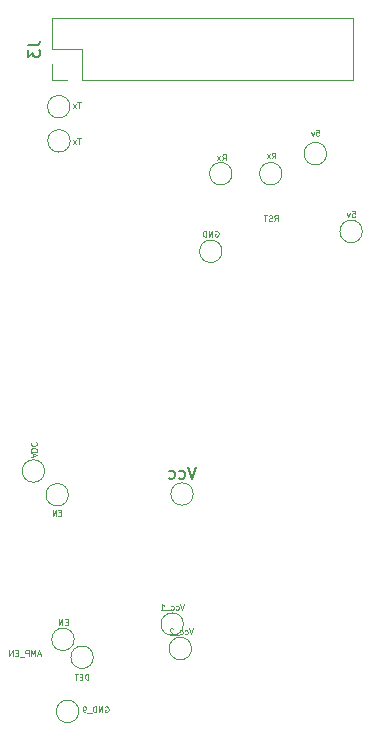
<source format=gbo>
G04 #@! TF.GenerationSoftware,KiCad,Pcbnew,(5.1.10)-1*
G04 #@! TF.CreationDate,2021-10-05T13:08:05+05:30*
G04 #@! TF.ProjectId,P-1000072_Cicada Wi-Fi,502d3130-3030-4303-9732-5f4369636164,0.1*
G04 #@! TF.SameCoordinates,PX7cee6c0PY3dfd240*
G04 #@! TF.FileFunction,Legend,Bot*
G04 #@! TF.FilePolarity,Positive*
%FSLAX46Y46*%
G04 Gerber Fmt 4.6, Leading zero omitted, Abs format (unit mm)*
G04 Created by KiCad (PCBNEW (5.1.10)-1) date 2021-10-05 13:08:05*
%MOMM*%
%LPD*%
G01*
G04 APERTURE LIST*
%ADD10C,0.120000*%
%ADD11C,0.150000*%
%ADD12C,0.100000*%
G04 APERTURE END LIST*
D10*
X-12734600Y2574600D02*
X-12734600Y-25400D01*
X-12734600Y2574600D02*
X12785400Y2574600D01*
X12785400Y2574600D02*
X12785400Y-2625400D01*
X-10134600Y-2625400D02*
X12785400Y-2625400D01*
X-10134600Y-25400D02*
X-10134600Y-2625400D01*
X-12734600Y-25400D02*
X-10134600Y-25400D01*
X-12734600Y-2625400D02*
X-11404600Y-2625400D01*
X-12734600Y-1295400D02*
X-12734600Y-2625400D01*
X-1569680Y-48707040D02*
G75*
G03*
X-1569680Y-48707040I-950000J0D01*
G01*
X-736560Y-37688520D02*
G75*
G03*
X-736560Y-37688520I-950000J0D01*
G01*
X-878800Y-50774600D02*
G75*
G03*
X-878800Y-50774600I-950000J0D01*
G01*
X-10820360Y-49997360D02*
G75*
G03*
X-10820360Y-49997360I-950000J0D01*
G01*
X-10429200Y-56098440D02*
G75*
G03*
X-10429200Y-56098440I-950000J0D01*
G01*
X-11305500Y-37754560D02*
G75*
G03*
X-11305500Y-37754560I-950000J0D01*
G01*
X1691680Y-17139920D02*
G75*
G03*
X1691680Y-17139920I-950000J0D01*
G01*
X-9199840Y-51511200D02*
G75*
G03*
X-9199840Y-51511200I-950000J0D01*
G01*
X-13319720Y-35745420D02*
G75*
G03*
X-13319720Y-35745420I-950000J0D01*
G01*
X6770000Y-10570000D02*
G75*
G03*
X6770000Y-10570000I-950000J0D01*
G01*
X2540000Y-10570000D02*
G75*
G03*
X2540000Y-10570000I-950000J0D01*
G01*
X-11180000Y-4900000D02*
G75*
G03*
X-11180000Y-4900000I-950000J0D01*
G01*
X-11160000Y-7790000D02*
G75*
G03*
X-11160000Y-7790000I-950000J0D01*
G01*
X13580000Y-15460000D02*
G75*
G03*
X13580000Y-15460000I-950000J0D01*
G01*
X10550000Y-8870000D02*
G75*
G03*
X10550000Y-8870000I-950000J0D01*
G01*
D11*
X-14722220Y307934D02*
X-14007934Y307934D01*
X-13865077Y355553D01*
X-13769839Y450791D01*
X-13722220Y593648D01*
X-13722220Y688886D01*
X-14722220Y-73019D02*
X-14722220Y-692066D01*
X-14341267Y-358733D01*
X-14341267Y-501590D01*
X-14293648Y-596828D01*
X-14246029Y-644447D01*
X-14150791Y-692066D01*
X-13912696Y-692066D01*
X-13817458Y-644447D01*
X-13769839Y-596828D01*
X-13722220Y-501590D01*
X-13722220Y-215876D01*
X-13769839Y-120638D01*
X-13817458Y-73019D01*
D12*
X-1490791Y-46990510D02*
X-1657458Y-47490510D01*
X-1824124Y-46990510D01*
X-2205077Y-47466700D02*
X-2157458Y-47490510D01*
X-2062220Y-47490510D01*
X-2014600Y-47466700D01*
X-1990791Y-47442891D01*
X-1966981Y-47395272D01*
X-1966981Y-47252415D01*
X-1990791Y-47204796D01*
X-2014600Y-47180986D01*
X-2062220Y-47157177D01*
X-2157458Y-47157177D01*
X-2205077Y-47180986D01*
X-2633648Y-47466700D02*
X-2586029Y-47490510D01*
X-2490791Y-47490510D01*
X-2443172Y-47466700D01*
X-2419362Y-47442891D01*
X-2395553Y-47395272D01*
X-2395553Y-47252415D01*
X-2419362Y-47204796D01*
X-2443172Y-47180986D01*
X-2490791Y-47157177D01*
X-2586029Y-47157177D01*
X-2633648Y-47180986D01*
X-2728886Y-47538129D02*
X-3109839Y-47538129D01*
X-3490791Y-47490510D02*
X-3205077Y-47490510D01*
X-3347934Y-47490510D02*
X-3347934Y-46990510D01*
X-3300315Y-47061939D01*
X-3252696Y-47109558D01*
X-3205077Y-47133367D01*
D11*
X-496084Y-35390900D02*
X-829418Y-36390900D01*
X-1162751Y-35390900D01*
X-1924656Y-36343281D02*
X-1829418Y-36390900D01*
X-1638941Y-36390900D01*
X-1543703Y-36343281D01*
X-1496084Y-36295662D01*
X-1448465Y-36200424D01*
X-1448465Y-35914710D01*
X-1496084Y-35819472D01*
X-1543703Y-35771853D01*
X-1638941Y-35724234D01*
X-1829418Y-35724234D01*
X-1924656Y-35771853D01*
X-2781799Y-36343281D02*
X-2686560Y-36390900D01*
X-2496084Y-36390900D01*
X-2400846Y-36343281D01*
X-2353227Y-36295662D01*
X-2305608Y-36200424D01*
X-2305608Y-35914710D01*
X-2353227Y-35819472D01*
X-2400846Y-35771853D01*
X-2496084Y-35724234D01*
X-2686560Y-35724234D01*
X-2781799Y-35771853D01*
D12*
X-733871Y-49073310D02*
X-900538Y-49573310D01*
X-1067204Y-49073310D01*
X-1448157Y-49549500D02*
X-1400538Y-49573310D01*
X-1305300Y-49573310D01*
X-1257680Y-49549500D01*
X-1233871Y-49525691D01*
X-1210061Y-49478072D01*
X-1210061Y-49335215D01*
X-1233871Y-49287596D01*
X-1257680Y-49263786D01*
X-1305300Y-49239977D01*
X-1400538Y-49239977D01*
X-1448157Y-49263786D01*
X-1876728Y-49549500D02*
X-1829109Y-49573310D01*
X-1733871Y-49573310D01*
X-1686252Y-49549500D01*
X-1662442Y-49525691D01*
X-1638633Y-49478072D01*
X-1638633Y-49335215D01*
X-1662442Y-49287596D01*
X-1686252Y-49263786D01*
X-1733871Y-49239977D01*
X-1829109Y-49239977D01*
X-1876728Y-49263786D01*
X-1971966Y-49620929D02*
X-2352919Y-49620929D01*
X-2448157Y-49120929D02*
X-2471966Y-49097120D01*
X-2519585Y-49073310D01*
X-2638633Y-49073310D01*
X-2686252Y-49097120D01*
X-2710061Y-49120929D01*
X-2733871Y-49168548D01*
X-2733871Y-49216167D01*
X-2710061Y-49287596D01*
X-2424347Y-49573310D01*
X-2733871Y-49573310D01*
X-11380993Y-48539245D02*
X-11547660Y-48539245D01*
X-11619088Y-48801150D02*
X-11380993Y-48801150D01*
X-11380993Y-48301150D01*
X-11619088Y-48301150D01*
X-11833374Y-48801150D02*
X-11833374Y-48301150D01*
X-12119088Y-48801150D01*
X-12119088Y-48301150D01*
X-8197317Y-55690960D02*
X-8149698Y-55667150D01*
X-8078269Y-55667150D01*
X-8006840Y-55690960D01*
X-7959221Y-55738579D01*
X-7935412Y-55786198D01*
X-7911602Y-55881436D01*
X-7911602Y-55952864D01*
X-7935412Y-56048102D01*
X-7959221Y-56095721D01*
X-8006840Y-56143340D01*
X-8078269Y-56167150D01*
X-8125888Y-56167150D01*
X-8197317Y-56143340D01*
X-8221126Y-56119531D01*
X-8221126Y-55952864D01*
X-8125888Y-55952864D01*
X-8435412Y-56167150D02*
X-8435412Y-55667150D01*
X-8721126Y-56167150D01*
X-8721126Y-55667150D01*
X-8959221Y-56167150D02*
X-8959221Y-55667150D01*
X-9078269Y-55667150D01*
X-9149698Y-55690960D01*
X-9197317Y-55738579D01*
X-9221126Y-55786198D01*
X-9244936Y-55881436D01*
X-9244936Y-55952864D01*
X-9221126Y-56048102D01*
X-9197317Y-56095721D01*
X-9149698Y-56143340D01*
X-9078269Y-56167150D01*
X-8959221Y-56167150D01*
X-9340174Y-56214769D02*
X-9721126Y-56214769D01*
X-9863983Y-56167150D02*
X-9959221Y-56167150D01*
X-10006840Y-56143340D01*
X-10030650Y-56119531D01*
X-10078269Y-56048102D01*
X-10102079Y-55952864D01*
X-10102079Y-55762388D01*
X-10078269Y-55714769D01*
X-10054460Y-55690960D01*
X-10006840Y-55667150D01*
X-9911602Y-55667150D01*
X-9863983Y-55690960D01*
X-9840174Y-55714769D01*
X-9816364Y-55762388D01*
X-9816364Y-55881436D01*
X-9840174Y-55929055D01*
X-9863983Y-55952864D01*
X-9911602Y-55976674D01*
X-10006840Y-55976674D01*
X-10054460Y-55952864D01*
X-10078269Y-55929055D01*
X-10102079Y-55881436D01*
X-11911853Y-39255545D02*
X-12078520Y-39255545D01*
X-12149948Y-39517450D02*
X-11911853Y-39517450D01*
X-11911853Y-39017450D01*
X-12149948Y-39017450D01*
X-12364234Y-39517450D02*
X-12364234Y-39017450D01*
X-12649948Y-39517450D01*
X-12649948Y-39017450D01*
X-13657747Y-51269413D02*
X-13895842Y-51269413D01*
X-13610128Y-51412270D02*
X-13776795Y-50912270D01*
X-13943461Y-51412270D01*
X-14110128Y-51412270D02*
X-14110128Y-50912270D01*
X-14276795Y-51269413D01*
X-14443461Y-50912270D01*
X-14443461Y-51412270D01*
X-14681557Y-51412270D02*
X-14681557Y-50912270D01*
X-14872033Y-50912270D01*
X-14919652Y-50936080D01*
X-14943461Y-50959889D01*
X-14967271Y-51007508D01*
X-14967271Y-51078937D01*
X-14943461Y-51126556D01*
X-14919652Y-51150365D01*
X-14872033Y-51174175D01*
X-14681557Y-51174175D01*
X-15062509Y-51459889D02*
X-15443461Y-51459889D01*
X-15562509Y-51150365D02*
X-15729176Y-51150365D01*
X-15800604Y-51412270D02*
X-15562509Y-51412270D01*
X-15562509Y-50912270D01*
X-15800604Y-50912270D01*
X-16014890Y-51412270D02*
X-16014890Y-50912270D01*
X-16300604Y-51412270D01*
X-16300604Y-50912270D01*
X1117012Y-15434580D02*
X1164631Y-15410770D01*
X1236060Y-15410770D01*
X1307488Y-15434580D01*
X1355107Y-15482199D01*
X1378917Y-15529818D01*
X1402726Y-15625056D01*
X1402726Y-15696484D01*
X1378917Y-15791722D01*
X1355107Y-15839341D01*
X1307488Y-15886960D01*
X1236060Y-15910770D01*
X1188440Y-15910770D01*
X1117012Y-15886960D01*
X1093202Y-15863151D01*
X1093202Y-15696484D01*
X1188440Y-15696484D01*
X878917Y-15910770D02*
X878917Y-15410770D01*
X593202Y-15910770D01*
X593202Y-15410770D01*
X355107Y-15910770D02*
X355107Y-15410770D01*
X236060Y-15410770D01*
X164631Y-15434580D01*
X117012Y-15482199D01*
X93202Y-15529818D01*
X69393Y-15625056D01*
X69393Y-15696484D01*
X93202Y-15791722D01*
X117012Y-15839341D01*
X164631Y-15886960D01*
X236060Y-15910770D01*
X355107Y-15910770D01*
X-9622541Y-53418870D02*
X-9622541Y-52918870D01*
X-9741589Y-52918870D01*
X-9813018Y-52942680D01*
X-9860637Y-52990299D01*
X-9884446Y-53037918D01*
X-9908256Y-53133156D01*
X-9908256Y-53204584D01*
X-9884446Y-53299822D01*
X-9860637Y-53347441D01*
X-9813018Y-53395060D01*
X-9741589Y-53418870D01*
X-9622541Y-53418870D01*
X-10122541Y-53156965D02*
X-10289208Y-53156965D01*
X-10360637Y-53418870D02*
X-10122541Y-53418870D01*
X-10122541Y-52918870D01*
X-10360637Y-52918870D01*
X-10503494Y-52918870D02*
X-10789208Y-52918870D01*
X-10646351Y-53418870D02*
X-10646351Y-52918870D01*
X-14337814Y-34545827D02*
X-14337814Y-34307732D01*
X-14480671Y-34593446D02*
X-13980671Y-34426780D01*
X-14480671Y-34260113D01*
X-14480671Y-34093446D02*
X-13980671Y-34093446D01*
X-13980671Y-33974399D01*
X-14004480Y-33902970D01*
X-14052100Y-33855351D01*
X-14099719Y-33831541D01*
X-14194957Y-33807732D01*
X-14266385Y-33807732D01*
X-14361623Y-33831541D01*
X-14409242Y-33855351D01*
X-14456861Y-33902970D01*
X-14480671Y-33974399D01*
X-14480671Y-34093446D01*
X-14433052Y-33307732D02*
X-14456861Y-33331541D01*
X-14480671Y-33402970D01*
X-14480671Y-33450589D01*
X-14456861Y-33522018D01*
X-14409242Y-33569637D01*
X-14361623Y-33593446D01*
X-14266385Y-33617256D01*
X-14194957Y-33617256D01*
X-14099719Y-33593446D01*
X-14052100Y-33569637D01*
X-14004480Y-33522018D01*
X-13980671Y-33450589D01*
X-13980671Y-33402970D01*
X-14004480Y-33331541D01*
X-14028290Y-33307732D01*
X5912479Y-9278750D02*
X6079145Y-9040655D01*
X6198193Y-9278750D02*
X6198193Y-8778750D01*
X6007717Y-8778750D01*
X5960098Y-8802560D01*
X5936288Y-8826369D01*
X5912479Y-8873988D01*
X5912479Y-8945417D01*
X5936288Y-8993036D01*
X5960098Y-9016845D01*
X6007717Y-9040655D01*
X6198193Y-9040655D01*
X5745812Y-9278750D02*
X5483907Y-8945417D01*
X5745812Y-8945417D02*
X5483907Y-9278750D01*
X1713859Y-9438770D02*
X1880525Y-9200675D01*
X1999573Y-9438770D02*
X1999573Y-8938770D01*
X1809097Y-8938770D01*
X1761478Y-8962580D01*
X1737668Y-8986389D01*
X1713859Y-9034008D01*
X1713859Y-9105437D01*
X1737668Y-9153056D01*
X1761478Y-9176865D01*
X1809097Y-9200675D01*
X1999573Y-9200675D01*
X1547192Y-9438770D02*
X1285287Y-9105437D01*
X1547192Y-9105437D02*
X1285287Y-9438770D01*
X-10261802Y-4514090D02*
X-10547517Y-4514090D01*
X-10404660Y-5014090D02*
X-10404660Y-4514090D01*
X-10666564Y-5014090D02*
X-10928469Y-4680757D01*
X-10666564Y-4680757D02*
X-10928469Y-5014090D01*
X-10261802Y-7567170D02*
X-10547517Y-7567170D01*
X-10404660Y-8067170D02*
X-10404660Y-7567170D01*
X-10666564Y-8067170D02*
X-10928469Y-7733837D01*
X-10666564Y-7733837D02*
X-10928469Y-8067170D01*
X6128509Y-14587350D02*
X6295176Y-14349255D01*
X6414223Y-14587350D02*
X6414223Y-14087350D01*
X6223747Y-14087350D01*
X6176128Y-14111160D01*
X6152319Y-14134969D01*
X6128509Y-14182588D01*
X6128509Y-14254017D01*
X6152319Y-14301636D01*
X6176128Y-14325445D01*
X6223747Y-14349255D01*
X6414223Y-14349255D01*
X5938033Y-14563540D02*
X5866604Y-14587350D01*
X5747557Y-14587350D01*
X5699938Y-14563540D01*
X5676128Y-14539731D01*
X5652319Y-14492112D01*
X5652319Y-14444493D01*
X5676128Y-14396874D01*
X5699938Y-14373064D01*
X5747557Y-14349255D01*
X5842795Y-14325445D01*
X5890414Y-14301636D01*
X5914223Y-14277826D01*
X5938033Y-14230207D01*
X5938033Y-14182588D01*
X5914223Y-14134969D01*
X5890414Y-14111160D01*
X5842795Y-14087350D01*
X5723747Y-14087350D01*
X5652319Y-14111160D01*
X5509461Y-14087350D02*
X5223747Y-14087350D01*
X5366604Y-14587350D02*
X5366604Y-14087350D01*
X12692688Y-13731750D02*
X12930783Y-13731750D01*
X12954593Y-13969845D01*
X12930783Y-13946036D01*
X12883164Y-13922226D01*
X12764117Y-13922226D01*
X12716498Y-13946036D01*
X12692688Y-13969845D01*
X12668879Y-14017464D01*
X12668879Y-14136512D01*
X12692688Y-14184131D01*
X12716498Y-14207940D01*
X12764117Y-14231750D01*
X12883164Y-14231750D01*
X12930783Y-14207940D01*
X12954593Y-14184131D01*
X12502212Y-13898417D02*
X12383164Y-14231750D01*
X12264117Y-13898417D01*
X9671428Y-6846190D02*
X9909523Y-6846190D01*
X9933333Y-7084285D01*
X9909523Y-7060476D01*
X9861904Y-7036666D01*
X9742857Y-7036666D01*
X9695238Y-7060476D01*
X9671428Y-7084285D01*
X9647619Y-7131904D01*
X9647619Y-7250952D01*
X9671428Y-7298571D01*
X9695238Y-7322380D01*
X9742857Y-7346190D01*
X9861904Y-7346190D01*
X9909523Y-7322380D01*
X9933333Y-7298571D01*
X9480952Y-7012857D02*
X9361904Y-7346190D01*
X9242857Y-7012857D01*
M02*

</source>
